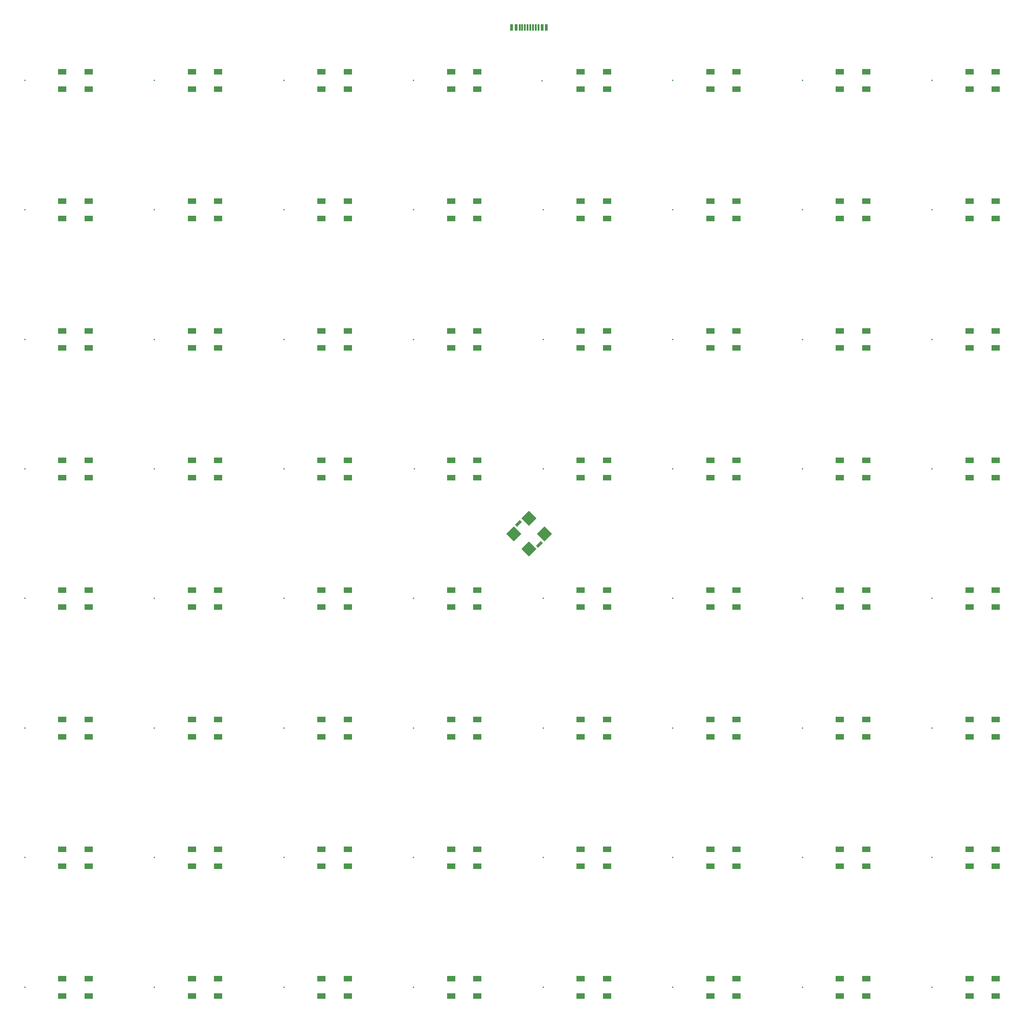
<source format=gtp>
G04*
G04 #@! TF.GenerationSoftware,Altium Limited,Altium Designer,18.1.5 (160)*
G04*
G04 Layer_Color=8421504*
%FSLAX25Y25*%
%MOIN*%
G70*
G01*
G75*
G04:AMPARAMS|DCode=12|XSize=10mil|YSize=10mil|CornerRadius=2.5mil|HoleSize=0mil|Usage=FLASHONLY|Rotation=0.000|XOffset=0mil|YOffset=0mil|HoleType=Round|Shape=RoundedRectangle|*
%AMROUNDEDRECTD12*
21,1,0.01000,0.00500,0,0,0.0*
21,1,0.00500,0.01000,0,0,0.0*
1,1,0.00500,0.00250,-0.00250*
1,1,0.00500,-0.00250,-0.00250*
1,1,0.00500,-0.00250,0.00250*
1,1,0.00500,0.00250,0.00250*
%
%ADD12ROUNDEDRECTD12*%
G04:AMPARAMS|DCode=13|XSize=49.21mil|YSize=19.68mil|CornerRadius=0mil|HoleSize=0mil|Usage=FLASHONLY|Rotation=45.000|XOffset=0mil|YOffset=0mil|HoleType=Round|Shape=Rectangle|*
%AMROTATEDRECTD13*
4,1,4,-0.01044,-0.02436,-0.02436,-0.01044,0.01044,0.02436,0.02436,0.01044,-0.01044,-0.02436,0.0*
%
%ADD13ROTATEDRECTD13*%

%ADD14P,0.11136X4X90.0*%
%ADD15R,0.05910X0.03940*%
%ADD16R,0.01181X0.04528*%
%ADD17R,0.02362X0.04528*%
D12*
X482173Y802806D02*
D03*
X766464Y425207D02*
D03*
X388511D02*
D03*
X482999D02*
D03*
X577488D02*
D03*
X671976D02*
D03*
X294023D02*
D03*
X199535D02*
D03*
X105047D02*
D03*
Y519695D02*
D03*
X199535D02*
D03*
X294023D02*
D03*
X766464D02*
D03*
X671976D02*
D03*
X577488D02*
D03*
X482999D02*
D03*
X388944Y519642D02*
D03*
X105047Y614184D02*
D03*
X199535D02*
D03*
X294023D02*
D03*
X766464D02*
D03*
X671976D02*
D03*
X577488D02*
D03*
X482999D02*
D03*
X388511D02*
D03*
X105047Y708672D02*
D03*
X199535D02*
D03*
X294023D02*
D03*
X766464D02*
D03*
X671976D02*
D03*
X577488D02*
D03*
X482999D02*
D03*
X388511Y708672D02*
D03*
X105047Y330719D02*
D03*
X199535D02*
D03*
X294023D02*
D03*
X766464D02*
D03*
X671976D02*
D03*
X577488D02*
D03*
X482999D02*
D03*
X388511D02*
D03*
X105047Y236231D02*
D03*
X199535D02*
D03*
X294023D02*
D03*
X766464D02*
D03*
X671976D02*
D03*
X577488D02*
D03*
X482999D02*
D03*
X388511D02*
D03*
X105047Y141743D02*
D03*
X199535D02*
D03*
X294023D02*
D03*
X766464D02*
D03*
X671976D02*
D03*
X577488D02*
D03*
X482999D02*
D03*
X388511D02*
D03*
X105047Y803160D02*
D03*
X199535D02*
D03*
X766464D02*
D03*
X671976D02*
D03*
X388511D02*
D03*
X294023D02*
D03*
X577488D02*
D03*
D13*
X480097Y464785D02*
D03*
X464785Y480097D02*
D03*
D14*
X483576Y472441D02*
D03*
X472441Y461305D02*
D03*
X461305Y472441D02*
D03*
X472441Y483576D02*
D03*
D15*
X415597Y796850D02*
D03*
Y809450D02*
D03*
X434797D02*
D03*
Y796850D02*
D03*
X529285D02*
D03*
Y809450D02*
D03*
X510085D02*
D03*
Y796850D02*
D03*
X604573D02*
D03*
Y809450D02*
D03*
X623773D02*
D03*
Y796850D02*
D03*
X718261D02*
D03*
Y809450D02*
D03*
X699061D02*
D03*
Y796850D02*
D03*
X793550D02*
D03*
Y809450D02*
D03*
X812750D02*
D03*
Y796850D02*
D03*
X340309D02*
D03*
Y809450D02*
D03*
X321109D02*
D03*
Y796850D02*
D03*
X226621D02*
D03*
Y809450D02*
D03*
X245820D02*
D03*
Y796850D02*
D03*
X151332D02*
D03*
Y809450D02*
D03*
X132132D02*
D03*
Y796850D02*
D03*
X415597Y135432D02*
D03*
Y148032D02*
D03*
X434797D02*
D03*
Y135432D02*
D03*
X529285D02*
D03*
Y148032D02*
D03*
X510085D02*
D03*
Y135432D02*
D03*
X604573D02*
D03*
Y148032D02*
D03*
X623773D02*
D03*
Y135432D02*
D03*
X718261D02*
D03*
Y148032D02*
D03*
X699061D02*
D03*
Y135432D02*
D03*
X793550D02*
D03*
Y148032D02*
D03*
X812750D02*
D03*
Y135432D02*
D03*
X340309D02*
D03*
Y148032D02*
D03*
X321109D02*
D03*
Y135432D02*
D03*
X226621D02*
D03*
Y148032D02*
D03*
X245820D02*
D03*
Y135432D02*
D03*
X151332D02*
D03*
Y148032D02*
D03*
X132132D02*
D03*
Y135432D02*
D03*
X415597Y229921D02*
D03*
Y242520D02*
D03*
X434797D02*
D03*
Y229921D02*
D03*
X529285D02*
D03*
Y242520D02*
D03*
X510085D02*
D03*
Y229921D02*
D03*
X604573D02*
D03*
Y242520D02*
D03*
X623773D02*
D03*
Y229921D02*
D03*
X718261D02*
D03*
Y242520D02*
D03*
X699061D02*
D03*
Y229921D02*
D03*
X793550D02*
D03*
Y242520D02*
D03*
X812750D02*
D03*
Y229921D02*
D03*
X340309D02*
D03*
Y242520D02*
D03*
X321109D02*
D03*
Y229921D02*
D03*
X226621D02*
D03*
Y242520D02*
D03*
X245820D02*
D03*
Y229921D02*
D03*
X151332D02*
D03*
Y242520D02*
D03*
X132132D02*
D03*
Y229921D02*
D03*
X415597Y324409D02*
D03*
Y337009D02*
D03*
X434797D02*
D03*
Y324409D02*
D03*
X529285D02*
D03*
Y337009D02*
D03*
X510085D02*
D03*
Y324409D02*
D03*
X604573D02*
D03*
Y337009D02*
D03*
X623773D02*
D03*
Y324409D02*
D03*
X718261D02*
D03*
Y337009D02*
D03*
X699061D02*
D03*
Y324409D02*
D03*
X793550D02*
D03*
Y337009D02*
D03*
X812750D02*
D03*
Y324409D02*
D03*
X340309D02*
D03*
Y337009D02*
D03*
X321109D02*
D03*
Y324409D02*
D03*
X226621D02*
D03*
Y337009D02*
D03*
X245820D02*
D03*
Y324409D02*
D03*
X151332D02*
D03*
Y337009D02*
D03*
X132132D02*
D03*
Y324409D02*
D03*
X415597Y702361D02*
D03*
Y714961D02*
D03*
X434797D02*
D03*
Y702361D02*
D03*
X529285D02*
D03*
Y714961D02*
D03*
X510085D02*
D03*
Y702361D02*
D03*
X604573D02*
D03*
Y714961D02*
D03*
X623773D02*
D03*
Y702361D02*
D03*
X718261D02*
D03*
Y714961D02*
D03*
X699061D02*
D03*
Y702361D02*
D03*
X793550D02*
D03*
Y714961D02*
D03*
X812750D02*
D03*
Y702361D02*
D03*
X340309D02*
D03*
Y714961D02*
D03*
X321109D02*
D03*
Y702361D02*
D03*
X226621D02*
D03*
Y714961D02*
D03*
X245820D02*
D03*
Y702361D02*
D03*
X151332D02*
D03*
Y714961D02*
D03*
X132132D02*
D03*
Y702361D02*
D03*
X415597Y607873D02*
D03*
Y620473D02*
D03*
X434797D02*
D03*
Y607873D02*
D03*
X529285D02*
D03*
Y620473D02*
D03*
X510085D02*
D03*
Y607873D02*
D03*
X604573D02*
D03*
Y620473D02*
D03*
X623773D02*
D03*
Y607873D02*
D03*
X718261D02*
D03*
Y620473D02*
D03*
X699061D02*
D03*
Y607873D02*
D03*
X793550D02*
D03*
Y620473D02*
D03*
X812750D02*
D03*
Y607873D02*
D03*
X340309D02*
D03*
Y620473D02*
D03*
X321109D02*
D03*
Y607873D02*
D03*
X226621D02*
D03*
Y620473D02*
D03*
X245820D02*
D03*
Y607873D02*
D03*
X151332D02*
D03*
Y620473D02*
D03*
X132132D02*
D03*
Y607873D02*
D03*
X415597Y513385D02*
D03*
Y525985D02*
D03*
X434797D02*
D03*
Y513385D02*
D03*
X529285D02*
D03*
Y525985D02*
D03*
X510085D02*
D03*
Y513385D02*
D03*
X604573D02*
D03*
Y525985D02*
D03*
X623773D02*
D03*
Y513385D02*
D03*
X718261D02*
D03*
Y525985D02*
D03*
X699061D02*
D03*
Y513385D02*
D03*
X793550D02*
D03*
Y525985D02*
D03*
X812750D02*
D03*
Y513385D02*
D03*
X340309D02*
D03*
Y525985D02*
D03*
X321109D02*
D03*
Y513385D02*
D03*
X226621D02*
D03*
Y525985D02*
D03*
X245820D02*
D03*
Y513385D02*
D03*
X151332D02*
D03*
Y525985D02*
D03*
X132132D02*
D03*
Y513385D02*
D03*
Y418897D02*
D03*
Y431497D02*
D03*
X151332D02*
D03*
Y418897D02*
D03*
X245820D02*
D03*
Y431497D02*
D03*
X226621D02*
D03*
Y418897D02*
D03*
X321109D02*
D03*
Y431497D02*
D03*
X340309D02*
D03*
Y418897D02*
D03*
X812750D02*
D03*
Y431497D02*
D03*
X793550D02*
D03*
Y418897D02*
D03*
X699061D02*
D03*
Y431497D02*
D03*
X718261D02*
D03*
Y418897D02*
D03*
X623773D02*
D03*
Y431497D02*
D03*
X604573D02*
D03*
Y418897D02*
D03*
X510085D02*
D03*
Y431497D02*
D03*
X529285D02*
D03*
Y418897D02*
D03*
X434797D02*
D03*
Y431497D02*
D03*
X415597D02*
D03*
Y418897D02*
D03*
D16*
X469488Y841634D02*
D03*
X471457D02*
D03*
X467520D02*
D03*
X465551D02*
D03*
X479331D02*
D03*
X477362D02*
D03*
X473425D02*
D03*
X475394D02*
D03*
D17*
X462992D02*
D03*
X459842D02*
D03*
X485039D02*
D03*
X481890D02*
D03*
M02*

</source>
